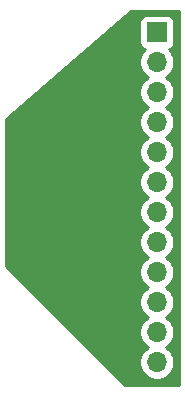
<source format=gbr>
%TF.GenerationSoftware,KiCad,Pcbnew,5.1.6-c6e7f7d~86~ubuntu18.04.1*%
%TF.CreationDate,2020-05-28T22:35:11-04:00*%
%TF.ProjectId,2020 05 FPC Breakout,32303230-2030-4352-9046-504320427265,rev?*%
%TF.SameCoordinates,Original*%
%TF.FileFunction,Copper,L2,Bot*%
%TF.FilePolarity,Positive*%
%FSLAX46Y46*%
G04 Gerber Fmt 4.6, Leading zero omitted, Abs format (unit mm)*
G04 Created by KiCad (PCBNEW 5.1.6-c6e7f7d~86~ubuntu18.04.1) date 2020-05-28 22:35:11*
%MOMM*%
%LPD*%
G01*
G04 APERTURE LIST*
%TA.AperFunction,ComponentPad*%
%ADD10O,1.700000X1.700000*%
%TD*%
%TA.AperFunction,ComponentPad*%
%ADD11R,1.700000X1.700000*%
%TD*%
%TA.AperFunction,NonConductor*%
%ADD12C,0.254000*%
%TD*%
G04 APERTURE END LIST*
D10*
%TO.P,J2,12*%
%TO.N,Net-(J1-Pad12)*%
X142944000Y-103906500D03*
%TO.P,J2,11*%
%TO.N,Net-(J1-Pad11)*%
X142944000Y-101366500D03*
%TO.P,J2,10*%
%TO.N,Net-(J1-Pad10)*%
X142944000Y-98826500D03*
%TO.P,J2,9*%
%TO.N,Net-(J1-Pad9)*%
X142944000Y-96286500D03*
%TO.P,J2,8*%
%TO.N,Net-(J1-Pad8)*%
X142944000Y-93746500D03*
%TO.P,J2,7*%
%TO.N,Net-(J1-Pad7)*%
X142944000Y-91206500D03*
%TO.P,J2,6*%
%TO.N,Net-(J1-Pad6)*%
X142944000Y-88666500D03*
%TO.P,J2,5*%
%TO.N,Net-(J1-Pad5)*%
X142944000Y-86126500D03*
%TO.P,J2,4*%
%TO.N,Net-(J1-Pad4)*%
X142944000Y-83586500D03*
%TO.P,J2,3*%
%TO.N,Net-(J1-Pad3)*%
X142944000Y-81046500D03*
%TO.P,J2,2*%
%TO.N,Net-(J1-Pad2)*%
X142944000Y-78506500D03*
D11*
%TO.P,J2,1*%
%TO.N,Net-(J1-Pad1)*%
X142944000Y-75966500D03*
%TD*%
D12*
G36*
X144840001Y-105840000D02*
G01*
X140273381Y-105840000D01*
X130160000Y-95726620D01*
X130160000Y-83302065D01*
X139638024Y-75116500D01*
X141455928Y-75116500D01*
X141455928Y-76816500D01*
X141468188Y-76940982D01*
X141504498Y-77060680D01*
X141563463Y-77170994D01*
X141642815Y-77267685D01*
X141739506Y-77347037D01*
X141849820Y-77406002D01*
X141922380Y-77428013D01*
X141790525Y-77559868D01*
X141628010Y-77803089D01*
X141516068Y-78073342D01*
X141459000Y-78360240D01*
X141459000Y-78652760D01*
X141516068Y-78939658D01*
X141628010Y-79209911D01*
X141790525Y-79453132D01*
X141997368Y-79659975D01*
X142171760Y-79776500D01*
X141997368Y-79893025D01*
X141790525Y-80099868D01*
X141628010Y-80343089D01*
X141516068Y-80613342D01*
X141459000Y-80900240D01*
X141459000Y-81192760D01*
X141516068Y-81479658D01*
X141628010Y-81749911D01*
X141790525Y-81993132D01*
X141997368Y-82199975D01*
X142171760Y-82316500D01*
X141997368Y-82433025D01*
X141790525Y-82639868D01*
X141628010Y-82883089D01*
X141516068Y-83153342D01*
X141459000Y-83440240D01*
X141459000Y-83732760D01*
X141516068Y-84019658D01*
X141628010Y-84289911D01*
X141790525Y-84533132D01*
X141997368Y-84739975D01*
X142171760Y-84856500D01*
X141997368Y-84973025D01*
X141790525Y-85179868D01*
X141628010Y-85423089D01*
X141516068Y-85693342D01*
X141459000Y-85980240D01*
X141459000Y-86272760D01*
X141516068Y-86559658D01*
X141628010Y-86829911D01*
X141790525Y-87073132D01*
X141997368Y-87279975D01*
X142171760Y-87396500D01*
X141997368Y-87513025D01*
X141790525Y-87719868D01*
X141628010Y-87963089D01*
X141516068Y-88233342D01*
X141459000Y-88520240D01*
X141459000Y-88812760D01*
X141516068Y-89099658D01*
X141628010Y-89369911D01*
X141790525Y-89613132D01*
X141997368Y-89819975D01*
X142171760Y-89936500D01*
X141997368Y-90053025D01*
X141790525Y-90259868D01*
X141628010Y-90503089D01*
X141516068Y-90773342D01*
X141459000Y-91060240D01*
X141459000Y-91352760D01*
X141516068Y-91639658D01*
X141628010Y-91909911D01*
X141790525Y-92153132D01*
X141997368Y-92359975D01*
X142171760Y-92476500D01*
X141997368Y-92593025D01*
X141790525Y-92799868D01*
X141628010Y-93043089D01*
X141516068Y-93313342D01*
X141459000Y-93600240D01*
X141459000Y-93892760D01*
X141516068Y-94179658D01*
X141628010Y-94449911D01*
X141790525Y-94693132D01*
X141997368Y-94899975D01*
X142171760Y-95016500D01*
X141997368Y-95133025D01*
X141790525Y-95339868D01*
X141628010Y-95583089D01*
X141516068Y-95853342D01*
X141459000Y-96140240D01*
X141459000Y-96432760D01*
X141516068Y-96719658D01*
X141628010Y-96989911D01*
X141790525Y-97233132D01*
X141997368Y-97439975D01*
X142171760Y-97556500D01*
X141997368Y-97673025D01*
X141790525Y-97879868D01*
X141628010Y-98123089D01*
X141516068Y-98393342D01*
X141459000Y-98680240D01*
X141459000Y-98972760D01*
X141516068Y-99259658D01*
X141628010Y-99529911D01*
X141790525Y-99773132D01*
X141997368Y-99979975D01*
X142171760Y-100096500D01*
X141997368Y-100213025D01*
X141790525Y-100419868D01*
X141628010Y-100663089D01*
X141516068Y-100933342D01*
X141459000Y-101220240D01*
X141459000Y-101512760D01*
X141516068Y-101799658D01*
X141628010Y-102069911D01*
X141790525Y-102313132D01*
X141997368Y-102519975D01*
X142171760Y-102636500D01*
X141997368Y-102753025D01*
X141790525Y-102959868D01*
X141628010Y-103203089D01*
X141516068Y-103473342D01*
X141459000Y-103760240D01*
X141459000Y-104052760D01*
X141516068Y-104339658D01*
X141628010Y-104609911D01*
X141790525Y-104853132D01*
X141997368Y-105059975D01*
X142240589Y-105222490D01*
X142510842Y-105334432D01*
X142797740Y-105391500D01*
X143090260Y-105391500D01*
X143377158Y-105334432D01*
X143647411Y-105222490D01*
X143890632Y-105059975D01*
X144097475Y-104853132D01*
X144259990Y-104609911D01*
X144371932Y-104339658D01*
X144429000Y-104052760D01*
X144429000Y-103760240D01*
X144371932Y-103473342D01*
X144259990Y-103203089D01*
X144097475Y-102959868D01*
X143890632Y-102753025D01*
X143716240Y-102636500D01*
X143890632Y-102519975D01*
X144097475Y-102313132D01*
X144259990Y-102069911D01*
X144371932Y-101799658D01*
X144429000Y-101512760D01*
X144429000Y-101220240D01*
X144371932Y-100933342D01*
X144259990Y-100663089D01*
X144097475Y-100419868D01*
X143890632Y-100213025D01*
X143716240Y-100096500D01*
X143890632Y-99979975D01*
X144097475Y-99773132D01*
X144259990Y-99529911D01*
X144371932Y-99259658D01*
X144429000Y-98972760D01*
X144429000Y-98680240D01*
X144371932Y-98393342D01*
X144259990Y-98123089D01*
X144097475Y-97879868D01*
X143890632Y-97673025D01*
X143716240Y-97556500D01*
X143890632Y-97439975D01*
X144097475Y-97233132D01*
X144259990Y-96989911D01*
X144371932Y-96719658D01*
X144429000Y-96432760D01*
X144429000Y-96140240D01*
X144371932Y-95853342D01*
X144259990Y-95583089D01*
X144097475Y-95339868D01*
X143890632Y-95133025D01*
X143716240Y-95016500D01*
X143890632Y-94899975D01*
X144097475Y-94693132D01*
X144259990Y-94449911D01*
X144371932Y-94179658D01*
X144429000Y-93892760D01*
X144429000Y-93600240D01*
X144371932Y-93313342D01*
X144259990Y-93043089D01*
X144097475Y-92799868D01*
X143890632Y-92593025D01*
X143716240Y-92476500D01*
X143890632Y-92359975D01*
X144097475Y-92153132D01*
X144259990Y-91909911D01*
X144371932Y-91639658D01*
X144429000Y-91352760D01*
X144429000Y-91060240D01*
X144371932Y-90773342D01*
X144259990Y-90503089D01*
X144097475Y-90259868D01*
X143890632Y-90053025D01*
X143716240Y-89936500D01*
X143890632Y-89819975D01*
X144097475Y-89613132D01*
X144259990Y-89369911D01*
X144371932Y-89099658D01*
X144429000Y-88812760D01*
X144429000Y-88520240D01*
X144371932Y-88233342D01*
X144259990Y-87963089D01*
X144097475Y-87719868D01*
X143890632Y-87513025D01*
X143716240Y-87396500D01*
X143890632Y-87279975D01*
X144097475Y-87073132D01*
X144259990Y-86829911D01*
X144371932Y-86559658D01*
X144429000Y-86272760D01*
X144429000Y-85980240D01*
X144371932Y-85693342D01*
X144259990Y-85423089D01*
X144097475Y-85179868D01*
X143890632Y-84973025D01*
X143716240Y-84856500D01*
X143890632Y-84739975D01*
X144097475Y-84533132D01*
X144259990Y-84289911D01*
X144371932Y-84019658D01*
X144429000Y-83732760D01*
X144429000Y-83440240D01*
X144371932Y-83153342D01*
X144259990Y-82883089D01*
X144097475Y-82639868D01*
X143890632Y-82433025D01*
X143716240Y-82316500D01*
X143890632Y-82199975D01*
X144097475Y-81993132D01*
X144259990Y-81749911D01*
X144371932Y-81479658D01*
X144429000Y-81192760D01*
X144429000Y-80900240D01*
X144371932Y-80613342D01*
X144259990Y-80343089D01*
X144097475Y-80099868D01*
X143890632Y-79893025D01*
X143716240Y-79776500D01*
X143890632Y-79659975D01*
X144097475Y-79453132D01*
X144259990Y-79209911D01*
X144371932Y-78939658D01*
X144429000Y-78652760D01*
X144429000Y-78360240D01*
X144371932Y-78073342D01*
X144259990Y-77803089D01*
X144097475Y-77559868D01*
X143965620Y-77428013D01*
X144038180Y-77406002D01*
X144148494Y-77347037D01*
X144245185Y-77267685D01*
X144324537Y-77170994D01*
X144383502Y-77060680D01*
X144419812Y-76940982D01*
X144432072Y-76816500D01*
X144432072Y-75116500D01*
X144419812Y-74992018D01*
X144383502Y-74872320D01*
X144324537Y-74762006D01*
X144245185Y-74665315D01*
X144148494Y-74585963D01*
X144038180Y-74526998D01*
X143918482Y-74490688D01*
X143794000Y-74478428D01*
X142094000Y-74478428D01*
X141969518Y-74490688D01*
X141849820Y-74526998D01*
X141739506Y-74585963D01*
X141642815Y-74665315D01*
X141563463Y-74762006D01*
X141504498Y-74872320D01*
X141468188Y-74992018D01*
X141455928Y-75116500D01*
X139638024Y-75116500D01*
X140745551Y-74160000D01*
X144840000Y-74160000D01*
X144840001Y-105840000D01*
G37*
X144840001Y-105840000D02*
X140273381Y-105840000D01*
X130160000Y-95726620D01*
X130160000Y-83302065D01*
X139638024Y-75116500D01*
X141455928Y-75116500D01*
X141455928Y-76816500D01*
X141468188Y-76940982D01*
X141504498Y-77060680D01*
X141563463Y-77170994D01*
X141642815Y-77267685D01*
X141739506Y-77347037D01*
X141849820Y-77406002D01*
X141922380Y-77428013D01*
X141790525Y-77559868D01*
X141628010Y-77803089D01*
X141516068Y-78073342D01*
X141459000Y-78360240D01*
X141459000Y-78652760D01*
X141516068Y-78939658D01*
X141628010Y-79209911D01*
X141790525Y-79453132D01*
X141997368Y-79659975D01*
X142171760Y-79776500D01*
X141997368Y-79893025D01*
X141790525Y-80099868D01*
X141628010Y-80343089D01*
X141516068Y-80613342D01*
X141459000Y-80900240D01*
X141459000Y-81192760D01*
X141516068Y-81479658D01*
X141628010Y-81749911D01*
X141790525Y-81993132D01*
X141997368Y-82199975D01*
X142171760Y-82316500D01*
X141997368Y-82433025D01*
X141790525Y-82639868D01*
X141628010Y-82883089D01*
X141516068Y-83153342D01*
X141459000Y-83440240D01*
X141459000Y-83732760D01*
X141516068Y-84019658D01*
X141628010Y-84289911D01*
X141790525Y-84533132D01*
X141997368Y-84739975D01*
X142171760Y-84856500D01*
X141997368Y-84973025D01*
X141790525Y-85179868D01*
X141628010Y-85423089D01*
X141516068Y-85693342D01*
X141459000Y-85980240D01*
X141459000Y-86272760D01*
X141516068Y-86559658D01*
X141628010Y-86829911D01*
X141790525Y-87073132D01*
X141997368Y-87279975D01*
X142171760Y-87396500D01*
X141997368Y-87513025D01*
X141790525Y-87719868D01*
X141628010Y-87963089D01*
X141516068Y-88233342D01*
X141459000Y-88520240D01*
X141459000Y-88812760D01*
X141516068Y-89099658D01*
X141628010Y-89369911D01*
X141790525Y-89613132D01*
X141997368Y-89819975D01*
X142171760Y-89936500D01*
X141997368Y-90053025D01*
X141790525Y-90259868D01*
X141628010Y-90503089D01*
X141516068Y-90773342D01*
X141459000Y-91060240D01*
X141459000Y-91352760D01*
X141516068Y-91639658D01*
X141628010Y-91909911D01*
X141790525Y-92153132D01*
X141997368Y-92359975D01*
X142171760Y-92476500D01*
X141997368Y-92593025D01*
X141790525Y-92799868D01*
X141628010Y-93043089D01*
X141516068Y-93313342D01*
X141459000Y-93600240D01*
X141459000Y-93892760D01*
X141516068Y-94179658D01*
X141628010Y-94449911D01*
X141790525Y-94693132D01*
X141997368Y-94899975D01*
X142171760Y-95016500D01*
X141997368Y-95133025D01*
X141790525Y-95339868D01*
X141628010Y-95583089D01*
X141516068Y-95853342D01*
X141459000Y-96140240D01*
X141459000Y-96432760D01*
X141516068Y-96719658D01*
X141628010Y-96989911D01*
X141790525Y-97233132D01*
X141997368Y-97439975D01*
X142171760Y-97556500D01*
X141997368Y-97673025D01*
X141790525Y-97879868D01*
X141628010Y-98123089D01*
X141516068Y-98393342D01*
X141459000Y-98680240D01*
X141459000Y-98972760D01*
X141516068Y-99259658D01*
X141628010Y-99529911D01*
X141790525Y-99773132D01*
X141997368Y-99979975D01*
X142171760Y-100096500D01*
X141997368Y-100213025D01*
X141790525Y-100419868D01*
X141628010Y-100663089D01*
X141516068Y-100933342D01*
X141459000Y-101220240D01*
X141459000Y-101512760D01*
X141516068Y-101799658D01*
X141628010Y-102069911D01*
X141790525Y-102313132D01*
X141997368Y-102519975D01*
X142171760Y-102636500D01*
X141997368Y-102753025D01*
X141790525Y-102959868D01*
X141628010Y-103203089D01*
X141516068Y-103473342D01*
X141459000Y-103760240D01*
X141459000Y-104052760D01*
X141516068Y-104339658D01*
X141628010Y-104609911D01*
X141790525Y-104853132D01*
X141997368Y-105059975D01*
X142240589Y-105222490D01*
X142510842Y-105334432D01*
X142797740Y-105391500D01*
X143090260Y-105391500D01*
X143377158Y-105334432D01*
X143647411Y-105222490D01*
X143890632Y-105059975D01*
X144097475Y-104853132D01*
X144259990Y-104609911D01*
X144371932Y-104339658D01*
X144429000Y-104052760D01*
X144429000Y-103760240D01*
X144371932Y-103473342D01*
X144259990Y-103203089D01*
X144097475Y-102959868D01*
X143890632Y-102753025D01*
X143716240Y-102636500D01*
X143890632Y-102519975D01*
X144097475Y-102313132D01*
X144259990Y-102069911D01*
X144371932Y-101799658D01*
X144429000Y-101512760D01*
X144429000Y-101220240D01*
X144371932Y-100933342D01*
X144259990Y-100663089D01*
X144097475Y-100419868D01*
X143890632Y-100213025D01*
X143716240Y-100096500D01*
X143890632Y-99979975D01*
X144097475Y-99773132D01*
X144259990Y-99529911D01*
X144371932Y-99259658D01*
X144429000Y-98972760D01*
X144429000Y-98680240D01*
X144371932Y-98393342D01*
X144259990Y-98123089D01*
X144097475Y-97879868D01*
X143890632Y-97673025D01*
X143716240Y-97556500D01*
X143890632Y-97439975D01*
X144097475Y-97233132D01*
X144259990Y-96989911D01*
X144371932Y-96719658D01*
X144429000Y-96432760D01*
X144429000Y-96140240D01*
X144371932Y-95853342D01*
X144259990Y-95583089D01*
X144097475Y-95339868D01*
X143890632Y-95133025D01*
X143716240Y-95016500D01*
X143890632Y-94899975D01*
X144097475Y-94693132D01*
X144259990Y-94449911D01*
X144371932Y-94179658D01*
X144429000Y-93892760D01*
X144429000Y-93600240D01*
X144371932Y-93313342D01*
X144259990Y-93043089D01*
X144097475Y-92799868D01*
X143890632Y-92593025D01*
X143716240Y-92476500D01*
X143890632Y-92359975D01*
X144097475Y-92153132D01*
X144259990Y-91909911D01*
X144371932Y-91639658D01*
X144429000Y-91352760D01*
X144429000Y-91060240D01*
X144371932Y-90773342D01*
X144259990Y-90503089D01*
X144097475Y-90259868D01*
X143890632Y-90053025D01*
X143716240Y-89936500D01*
X143890632Y-89819975D01*
X144097475Y-89613132D01*
X144259990Y-89369911D01*
X144371932Y-89099658D01*
X144429000Y-88812760D01*
X144429000Y-88520240D01*
X144371932Y-88233342D01*
X144259990Y-87963089D01*
X144097475Y-87719868D01*
X143890632Y-87513025D01*
X143716240Y-87396500D01*
X143890632Y-87279975D01*
X144097475Y-87073132D01*
X144259990Y-86829911D01*
X144371932Y-86559658D01*
X144429000Y-86272760D01*
X144429000Y-85980240D01*
X144371932Y-85693342D01*
X144259990Y-85423089D01*
X144097475Y-85179868D01*
X143890632Y-84973025D01*
X143716240Y-84856500D01*
X143890632Y-84739975D01*
X144097475Y-84533132D01*
X144259990Y-84289911D01*
X144371932Y-84019658D01*
X144429000Y-83732760D01*
X144429000Y-83440240D01*
X144371932Y-83153342D01*
X144259990Y-82883089D01*
X144097475Y-82639868D01*
X143890632Y-82433025D01*
X143716240Y-82316500D01*
X143890632Y-82199975D01*
X144097475Y-81993132D01*
X144259990Y-81749911D01*
X144371932Y-81479658D01*
X144429000Y-81192760D01*
X144429000Y-80900240D01*
X144371932Y-80613342D01*
X144259990Y-80343089D01*
X144097475Y-80099868D01*
X143890632Y-79893025D01*
X143716240Y-79776500D01*
X143890632Y-79659975D01*
X144097475Y-79453132D01*
X144259990Y-79209911D01*
X144371932Y-78939658D01*
X144429000Y-78652760D01*
X144429000Y-78360240D01*
X144371932Y-78073342D01*
X144259990Y-77803089D01*
X144097475Y-77559868D01*
X143965620Y-77428013D01*
X144038180Y-77406002D01*
X144148494Y-77347037D01*
X144245185Y-77267685D01*
X144324537Y-77170994D01*
X144383502Y-77060680D01*
X144419812Y-76940982D01*
X144432072Y-76816500D01*
X144432072Y-75116500D01*
X144419812Y-74992018D01*
X144383502Y-74872320D01*
X144324537Y-74762006D01*
X144245185Y-74665315D01*
X144148494Y-74585963D01*
X144038180Y-74526998D01*
X143918482Y-74490688D01*
X143794000Y-74478428D01*
X142094000Y-74478428D01*
X141969518Y-74490688D01*
X141849820Y-74526998D01*
X141739506Y-74585963D01*
X141642815Y-74665315D01*
X141563463Y-74762006D01*
X141504498Y-74872320D01*
X141468188Y-74992018D01*
X141455928Y-75116500D01*
X139638024Y-75116500D01*
X140745551Y-74160000D01*
X144840000Y-74160000D01*
X144840001Y-105840000D01*
M02*

</source>
